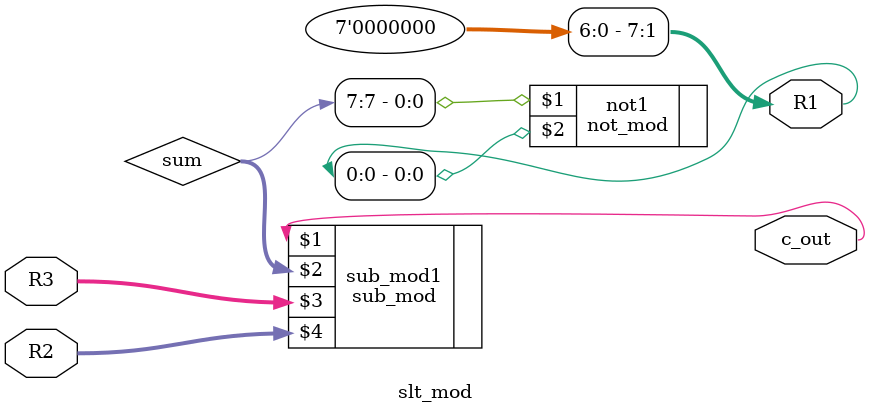
<source format=v>
`timescale 1ns / 1ps
module slt_mod(R1,R2,R3,c_out);
parameter size=8;

input [size-1:0] R3;
input [size-1:0] R2;

output [size-1:0] R1;
output c_out;

wire [size-1:0] sum;

sub_mod #(size) sub_mod1(c_out,sum,R3,R2);
not_mod #(1) not1(sum[size-1],R1[0]);
assign R1[size-1:1]=0;





endmodule

</source>
